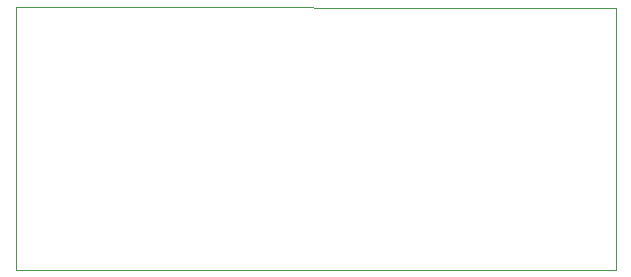
<source format=gbr>
G04 #@! TF.GenerationSoftware,KiCad,Pcbnew,(5.0.0)*
G04 #@! TF.CreationDate,2019-01-17T16:22:04+00:00*
G04 #@! TF.ProjectId,LS03,4C5330332E6B696361645F7063620000,rev?*
G04 #@! TF.SameCoordinates,Original*
G04 #@! TF.FileFunction,Profile,NP*
%FSLAX46Y46*%
G04 Gerber Fmt 4.6, Leading zero omitted, Abs format (unit mm)*
G04 Created by KiCad (PCBNEW (5.0.0)) date 01/17/19 16:22:04*
%MOMM*%
%LPD*%
G01*
G04 APERTURE LIST*
%ADD10C,0.100000*%
G04 APERTURE END LIST*
D10*
X129540000Y-59055000D02*
X129540000Y-36893500D01*
X180340000Y-59055000D02*
X129540000Y-59055000D01*
X180340000Y-36893500D02*
X180340000Y-59055000D01*
X129540000Y-36766500D02*
X180340000Y-36893500D01*
M02*

</source>
